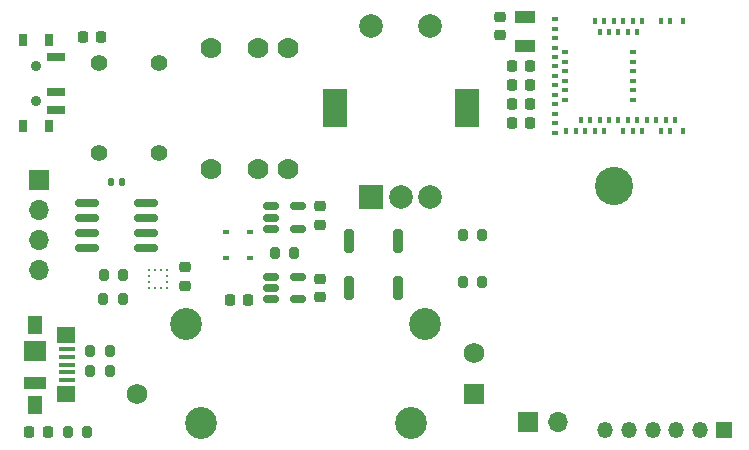
<source format=gbr>
%TF.GenerationSoftware,KiCad,Pcbnew,(6.0.6-0)*%
%TF.CreationDate,2023-05-14T21:26:17-05:00*%
%TF.ProjectId,MHC_MAIN_REV_2,4d48435f-4d41-4494-9e5f-5245565f322e,rev?*%
%TF.SameCoordinates,Original*%
%TF.FileFunction,Soldermask,Top*%
%TF.FilePolarity,Negative*%
%FSLAX46Y46*%
G04 Gerber Fmt 4.6, Leading zero omitted, Abs format (unit mm)*
G04 Created by KiCad (PCBNEW (6.0.6-0)) date 2023-05-14 21:26:17*
%MOMM*%
%LPD*%
G01*
G04 APERTURE LIST*
G04 Aperture macros list*
%AMRoundRect*
0 Rectangle with rounded corners*
0 $1 Rounding radius*
0 $2 $3 $4 $5 $6 $7 $8 $9 X,Y pos of 4 corners*
0 Add a 4 corners polygon primitive as box body*
4,1,4,$2,$3,$4,$5,$6,$7,$8,$9,$2,$3,0*
0 Add four circle primitives for the rounded corners*
1,1,$1+$1,$2,$3*
1,1,$1+$1,$4,$5*
1,1,$1+$1,$6,$7*
1,1,$1+$1,$8,$9*
0 Add four rect primitives between the rounded corners*
20,1,$1+$1,$2,$3,$4,$5,0*
20,1,$1+$1,$4,$5,$6,$7,0*
20,1,$1+$1,$6,$7,$8,$9,0*
20,1,$1+$1,$8,$9,$2,$3,0*%
G04 Aperture macros list end*
%ADD10R,0.275000X0.250000*%
%ADD11R,0.250000X0.275000*%
%ADD12RoundRect,0.225000X-0.225000X-0.250000X0.225000X-0.250000X0.225000X0.250000X-0.225000X0.250000X0*%
%ADD13C,1.778000*%
%ADD14C,3.240000*%
%ADD15R,1.350000X1.350000*%
%ADD16O,1.350000X1.350000*%
%ADD17R,0.800000X1.000000*%
%ADD18C,0.900000*%
%ADD19R,1.500000X0.700000*%
%ADD20R,2.000000X2.000000*%
%ADD21C,2.000000*%
%ADD22R,2.000000X3.200000*%
%ADD23R,0.600000X0.450000*%
%ADD24RoundRect,0.150000X-0.825000X-0.150000X0.825000X-0.150000X0.825000X0.150000X-0.825000X0.150000X0*%
%ADD25C,1.397000*%
%ADD26R,1.700000X1.700000*%
%ADD27O,1.700000X1.700000*%
%ADD28R,1.800000X1.000000*%
%ADD29RoundRect,0.225000X0.225000X0.250000X-0.225000X0.250000X-0.225000X-0.250000X0.225000X-0.250000X0*%
%ADD30RoundRect,0.225000X0.250000X-0.225000X0.250000X0.225000X-0.250000X0.225000X-0.250000X-0.225000X0*%
%ADD31R,1.300000X1.650000*%
%ADD32R,1.900000X1.000000*%
%ADD33R,1.550000X1.425000*%
%ADD34R,1.900000X1.800000*%
%ADD35R,1.380000X0.450000*%
%ADD36RoundRect,0.200000X0.200000X0.275000X-0.200000X0.275000X-0.200000X-0.275000X0.200000X-0.275000X0*%
%ADD37RoundRect,0.150000X-0.512500X-0.150000X0.512500X-0.150000X0.512500X0.150000X-0.512500X0.150000X0*%
%ADD38RoundRect,0.200000X-0.200000X-0.800000X0.200000X-0.800000X0.200000X0.800000X-0.200000X0.800000X0*%
%ADD39R,1.750000X1.750000*%
%ADD40C,1.750000*%
%ADD41C,2.700000*%
%ADD42RoundRect,0.225000X-0.250000X0.225000X-0.250000X-0.225000X0.250000X-0.225000X0.250000X0.225000X0*%
%ADD43RoundRect,0.140000X0.140000X0.170000X-0.140000X0.170000X-0.140000X-0.170000X0.140000X-0.170000X0*%
%ADD44R,0.400000X0.600000*%
%ADD45R,0.600000X0.400000*%
%ADD46RoundRect,0.218750X0.218750X0.256250X-0.218750X0.256250X-0.218750X-0.256250X0.218750X-0.256250X0*%
%ADD47RoundRect,0.200000X-0.200000X-0.275000X0.200000X-0.275000X0.200000X0.275000X-0.200000X0.275000X0*%
G04 APERTURE END LIST*
D10*
%TO.C,U6*%
X29141700Y-43539600D03*
X29141700Y-44039600D03*
X29141700Y-44539600D03*
X29141700Y-45039600D03*
D11*
X29654200Y-45052100D03*
X30154200Y-45052100D03*
D10*
X30666700Y-45039600D03*
X30666700Y-44539600D03*
X30666700Y-44039600D03*
X30666700Y-43539600D03*
D11*
X30154200Y-43527100D03*
X29654200Y-43527100D03*
%TD*%
D12*
%TO.C,C9*%
X23537800Y-23833200D03*
X25087800Y-23833200D03*
%TD*%
D13*
%TO.C,S1*%
X34420000Y-35007500D03*
X38405000Y-35007500D03*
X40920000Y-35007500D03*
X40920000Y-24707500D03*
X38405000Y-24707500D03*
X34420000Y-24707500D03*
%TD*%
D14*
%TO.C,U4*%
X68540000Y-36450000D03*
D15*
X77790000Y-57050000D03*
D16*
X75790000Y-57050000D03*
X73790000Y-57050000D03*
X71790000Y-57050000D03*
X69790000Y-57050000D03*
X67790000Y-57050000D03*
%TD*%
D17*
%TO.C,SW4*%
X18440000Y-31390000D03*
D18*
X19540000Y-26240000D03*
X19540000Y-29240000D03*
D17*
X18440000Y-24090000D03*
X20650000Y-24090000D03*
X20650000Y-31390000D03*
D19*
X21300000Y-25490000D03*
X21300000Y-28490000D03*
X21300000Y-29990000D03*
%TD*%
D20*
%TO.C,SW3*%
X47965000Y-37360000D03*
D21*
X52965000Y-37360000D03*
X50465000Y-37360000D03*
D22*
X44865000Y-29860000D03*
X56065000Y-29860000D03*
D21*
X52965000Y-22860000D03*
X47965000Y-22860000D03*
%TD*%
D23*
%TO.C,D3*%
X37730000Y-40360000D03*
X35630000Y-40360000D03*
%TD*%
D24*
%TO.C,U3*%
X23915600Y-37871400D03*
X23915600Y-39141400D03*
X23915600Y-40411400D03*
X23915600Y-41681400D03*
X28865600Y-41681400D03*
X28865600Y-40411400D03*
X28865600Y-39141400D03*
X28865600Y-37871400D03*
%TD*%
D25*
%TO.C,SW5*%
X24930000Y-33657500D03*
X24930000Y-26037500D03*
X30010000Y-33657500D03*
X30010000Y-26037500D03*
%TD*%
D26*
%TO.C,J2*%
X61230000Y-56390000D03*
D27*
X63770000Y-56390000D03*
%TD*%
D28*
%TO.C,Y1*%
X60990000Y-22110000D03*
X60990000Y-24610000D03*
%TD*%
D29*
%TO.C,C7*%
X37555000Y-46065000D03*
X36005000Y-46065000D03*
%TD*%
D30*
%TO.C,C11*%
X32203200Y-44869400D03*
X32203200Y-43319400D03*
%TD*%
D31*
%TO.C,J1*%
X19530000Y-48185000D03*
X19530000Y-54935000D03*
D32*
X19530000Y-53110000D03*
D33*
X22105000Y-54047500D03*
D34*
X19530000Y-50410000D03*
D33*
X22105000Y-49072500D03*
D35*
X22190000Y-50260000D03*
X22190000Y-50910000D03*
X22190000Y-51560000D03*
X22190000Y-52210000D03*
X22190000Y-52860000D03*
%TD*%
D36*
%TO.C,R7*%
X26939000Y-45987400D03*
X25289000Y-45987400D03*
%TD*%
D23*
%TO.C,D2*%
X37730000Y-42510000D03*
X35630000Y-42510000D03*
%TD*%
D29*
%TO.C,C6*%
X61435000Y-26260000D03*
X59885000Y-26260000D03*
%TD*%
D37*
%TO.C,U2*%
X39447500Y-44120000D03*
X39447500Y-45070000D03*
X39447500Y-46020000D03*
X41722500Y-46020000D03*
X41722500Y-44120000D03*
%TD*%
D38*
%TO.C,SW2*%
X46040000Y-45080000D03*
X50240000Y-45080000D03*
%TD*%
D39*
%TO.C,RV1*%
X56660000Y-54077500D03*
D40*
X56660000Y-50577500D03*
X28160000Y-54077500D03*
D41*
X52510000Y-48127500D03*
X32310000Y-48127500D03*
X51310000Y-56527500D03*
X33510000Y-56527500D03*
%TD*%
D42*
%TO.C,C10*%
X43610000Y-38150000D03*
X43610000Y-39700000D03*
%TD*%
D36*
%TO.C,R6*%
X57361400Y-44594400D03*
X55711400Y-44594400D03*
%TD*%
D43*
%TO.C,C8*%
X26860000Y-36110000D03*
X25900000Y-36110000D03*
%TD*%
D36*
%TO.C,R2*%
X25840000Y-50410000D03*
X24190000Y-50410000D03*
%TD*%
D44*
%TO.C,U1*%
X74390000Y-22460000D03*
X73290000Y-22460000D03*
X72490000Y-22460000D03*
X70890000Y-22460000D03*
X70490000Y-23360000D03*
X70090000Y-22460000D03*
X69690000Y-23360000D03*
X69290000Y-22460000D03*
X68890000Y-23360000D03*
X68490000Y-22460000D03*
X68090000Y-23360000D03*
X67690000Y-22460000D03*
X67290000Y-23360000D03*
X66890000Y-22460000D03*
D45*
X63490000Y-22310000D03*
X63490000Y-23110000D03*
X63490000Y-23910000D03*
X63490000Y-24710000D03*
X64390000Y-25110000D03*
X63490000Y-25510000D03*
X64390000Y-25910000D03*
X63490000Y-26310000D03*
X64390000Y-26710000D03*
X63490000Y-27110000D03*
X64390000Y-27510000D03*
X63490000Y-27910000D03*
X64390000Y-28310000D03*
X63490000Y-28710000D03*
X64390000Y-29110000D03*
X63490000Y-29510000D03*
X63490000Y-30310000D03*
X63490000Y-31110000D03*
X63490000Y-31910000D03*
D44*
X64490000Y-31760000D03*
X65290000Y-31760000D03*
X65690000Y-30860000D03*
X66090000Y-31760000D03*
X66490000Y-30860000D03*
X66890000Y-31760000D03*
X67290000Y-30860000D03*
X67690000Y-31760000D03*
X68090000Y-30860000D03*
X68890000Y-30860000D03*
X69290000Y-31760000D03*
X69690000Y-30860000D03*
X70090000Y-31760000D03*
X70490000Y-30860000D03*
X70890000Y-31760000D03*
X71290000Y-30860000D03*
X72090000Y-30860000D03*
X72490000Y-31760000D03*
X72890000Y-30860000D03*
X73290000Y-31760000D03*
X73690000Y-30860000D03*
X74390000Y-31760000D03*
D45*
X70090000Y-25110000D03*
X70090000Y-25910000D03*
X70090000Y-26710000D03*
X70090000Y-27510000D03*
X70090000Y-28310000D03*
X70090000Y-29110000D03*
%TD*%
D29*
%TO.C,C2*%
X61430000Y-31100000D03*
X59880000Y-31100000D03*
%TD*%
D30*
%TO.C,C4*%
X43615000Y-45855000D03*
X43615000Y-44305000D03*
%TD*%
D46*
%TO.C,D1*%
X20567500Y-57220000D03*
X18992500Y-57220000D03*
%TD*%
D36*
%TO.C,R1*%
X25835000Y-52060000D03*
X24185000Y-52060000D03*
%TD*%
%TO.C,R4*%
X41420000Y-42140000D03*
X39770000Y-42140000D03*
%TD*%
D29*
%TO.C,C3*%
X61430000Y-29500000D03*
X59880000Y-29500000D03*
%TD*%
D37*
%TO.C,U5*%
X39442500Y-38150000D03*
X39442500Y-39100000D03*
X39442500Y-40050000D03*
X41717500Y-40050000D03*
X41717500Y-38150000D03*
%TD*%
D30*
%TO.C,C5*%
X58860000Y-23660000D03*
X58860000Y-22110000D03*
%TD*%
D29*
%TO.C,C1*%
X61435000Y-27900000D03*
X59885000Y-27900000D03*
%TD*%
D26*
%TO.C,J3*%
X19850000Y-35960000D03*
D27*
X19850000Y-38500000D03*
X19850000Y-41040000D03*
X19850000Y-43580000D03*
%TD*%
D38*
%TO.C,SW1*%
X46040000Y-41100000D03*
X50240000Y-41100000D03*
%TD*%
D36*
%TO.C,R5*%
X57353200Y-40563800D03*
X55703200Y-40563800D03*
%TD*%
D47*
%TO.C,R3*%
X22250000Y-57220000D03*
X23900000Y-57220000D03*
%TD*%
D36*
%TO.C,R8*%
X26942800Y-43988800D03*
X25292800Y-43988800D03*
%TD*%
M02*

</source>
